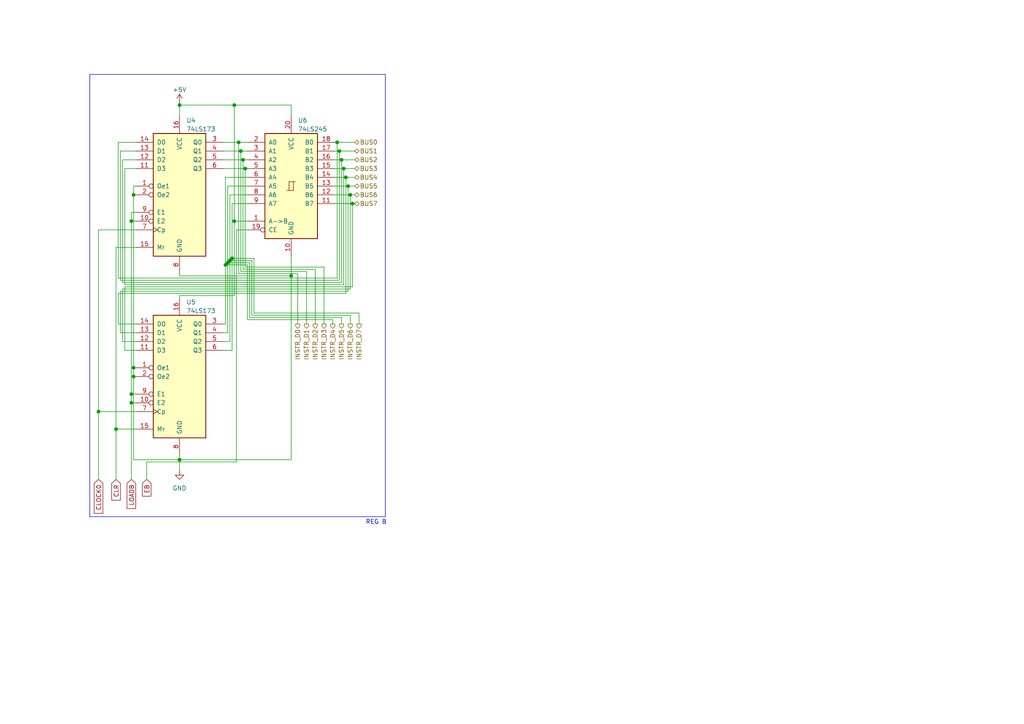
<source format=kicad_sch>
(kicad_sch (version 20230121) (generator eeschema)

  (uuid 031188d5-b58e-4a29-a173-cce6bf883b6b)

  (paper "A4")

  (lib_symbols
    (symbol "74xx:74LS173" (pin_names (offset 1.016)) (in_bom yes) (on_board yes)
      (property "Reference" "U" (at -7.62 19.05 0)
        (effects (font (size 1.27 1.27)))
      )
      (property "Value" "74LS173" (at -7.62 -19.05 0)
        (effects (font (size 1.27 1.27)))
      )
      (property "Footprint" "" (at 0 0 0)
        (effects (font (size 1.27 1.27)) hide)
      )
      (property "Datasheet" "http://www.ti.com/lit/gpn/sn74LS173" (at 0 0 0)
        (effects (font (size 1.27 1.27)) hide)
      )
      (property "ki_locked" "" (at 0 0 0)
        (effects (font (size 1.27 1.27)))
      )
      (property "ki_keywords" "TTL REG REG4 3State DFF" (at 0 0 0)
        (effects (font (size 1.27 1.27)) hide)
      )
      (property "ki_description" "4-bit D-type Register, 3 state out" (at 0 0 0)
        (effects (font (size 1.27 1.27)) hide)
      )
      (property "ki_fp_filters" "DIP?16*" (at 0 0 0)
        (effects (font (size 1.27 1.27)) hide)
      )
      (symbol "74LS173_1_0"
        (pin input inverted (at -12.7 2.54 0) (length 5.08)
          (name "Oe1" (effects (font (size 1.27 1.27))))
          (number "1" (effects (font (size 1.27 1.27))))
        )
        (pin input inverted (at -12.7 -7.62 0) (length 5.08)
          (name "E2" (effects (font (size 1.27 1.27))))
          (number "10" (effects (font (size 1.27 1.27))))
        )
        (pin input line (at -12.7 7.62 0) (length 5.08)
          (name "D3" (effects (font (size 1.27 1.27))))
          (number "11" (effects (font (size 1.27 1.27))))
        )
        (pin input line (at -12.7 10.16 0) (length 5.08)
          (name "D2" (effects (font (size 1.27 1.27))))
          (number "12" (effects (font (size 1.27 1.27))))
        )
        (pin input line (at -12.7 12.7 0) (length 5.08)
          (name "D1" (effects (font (size 1.27 1.27))))
          (number "13" (effects (font (size 1.27 1.27))))
        )
        (pin input line (at -12.7 15.24 0) (length 5.08)
          (name "D0" (effects (font (size 1.27 1.27))))
          (number "14" (effects (font (size 1.27 1.27))))
        )
        (pin input line (at -12.7 -15.24 0) (length 5.08)
          (name "Mr" (effects (font (size 1.27 1.27))))
          (number "15" (effects (font (size 1.27 1.27))))
        )
        (pin power_in line (at 0 22.86 270) (length 5.08)
          (name "VCC" (effects (font (size 1.27 1.27))))
          (number "16" (effects (font (size 1.27 1.27))))
        )
        (pin input inverted (at -12.7 0 0) (length 5.08)
          (name "Oe2" (effects (font (size 1.27 1.27))))
          (number "2" (effects (font (size 1.27 1.27))))
        )
        (pin tri_state line (at 12.7 15.24 180) (length 5.08)
          (name "Q0" (effects (font (size 1.27 1.27))))
          (number "3" (effects (font (size 1.27 1.27))))
        )
        (pin tri_state line (at 12.7 12.7 180) (length 5.08)
          (name "Q1" (effects (font (size 1.27 1.27))))
          (number "4" (effects (font (size 1.27 1.27))))
        )
        (pin tri_state line (at 12.7 10.16 180) (length 5.08)
          (name "Q2" (effects (font (size 1.27 1.27))))
          (number "5" (effects (font (size 1.27 1.27))))
        )
        (pin tri_state line (at 12.7 7.62 180) (length 5.08)
          (name "Q3" (effects (font (size 1.27 1.27))))
          (number "6" (effects (font (size 1.27 1.27))))
        )
        (pin input clock (at -12.7 -10.16 0) (length 5.08)
          (name "Cp" (effects (font (size 1.27 1.27))))
          (number "7" (effects (font (size 1.27 1.27))))
        )
        (pin power_in line (at 0 -22.86 90) (length 5.08)
          (name "GND" (effects (font (size 1.27 1.27))))
          (number "8" (effects (font (size 1.27 1.27))))
        )
        (pin input inverted (at -12.7 -5.08 0) (length 5.08)
          (name "E1" (effects (font (size 1.27 1.27))))
          (number "9" (effects (font (size 1.27 1.27))))
        )
      )
      (symbol "74LS173_1_1"
        (rectangle (start -7.62 17.78) (end 7.62 -17.78)
          (stroke (width 0.254) (type default))
          (fill (type background))
        )
      )
    )
    (symbol "74xx:74LS245" (pin_names (offset 1.016)) (in_bom yes) (on_board yes)
      (property "Reference" "U" (at -7.62 16.51 0)
        (effects (font (size 1.27 1.27)))
      )
      (property "Value" "74LS245" (at -7.62 -16.51 0)
        (effects (font (size 1.27 1.27)))
      )
      (property "Footprint" "" (at 0 0 0)
        (effects (font (size 1.27 1.27)) hide)
      )
      (property "Datasheet" "http://www.ti.com/lit/gpn/sn74LS245" (at 0 0 0)
        (effects (font (size 1.27 1.27)) hide)
      )
      (property "ki_locked" "" (at 0 0 0)
        (effects (font (size 1.27 1.27)))
      )
      (property "ki_keywords" "TTL BUS 3State" (at 0 0 0)
        (effects (font (size 1.27 1.27)) hide)
      )
      (property "ki_description" "Octal BUS Transceivers, 3-State outputs" (at 0 0 0)
        (effects (font (size 1.27 1.27)) hide)
      )
      (property "ki_fp_filters" "DIP?20*" (at 0 0 0)
        (effects (font (size 1.27 1.27)) hide)
      )
      (symbol "74LS245_1_0"
        (polyline
          (pts
            (xy -0.635 -1.27)
            (xy -0.635 1.27)
            (xy 0.635 1.27)
          )
          (stroke (width 0) (type default))
          (fill (type none))
        )
        (polyline
          (pts
            (xy -1.27 -1.27)
            (xy 0.635 -1.27)
            (xy 0.635 1.27)
            (xy 1.27 1.27)
          )
          (stroke (width 0) (type default))
          (fill (type none))
        )
        (pin input line (at -12.7 -10.16 0) (length 5.08)
          (name "A->B" (effects (font (size 1.27 1.27))))
          (number "1" (effects (font (size 1.27 1.27))))
        )
        (pin power_in line (at 0 -20.32 90) (length 5.08)
          (name "GND" (effects (font (size 1.27 1.27))))
          (number "10" (effects (font (size 1.27 1.27))))
        )
        (pin tri_state line (at 12.7 -5.08 180) (length 5.08)
          (name "B7" (effects (font (size 1.27 1.27))))
          (number "11" (effects (font (size 1.27 1.27))))
        )
        (pin tri_state line (at 12.7 -2.54 180) (length 5.08)
          (name "B6" (effects (font (size 1.27 1.27))))
          (number "12" (effects (font (size 1.27 1.27))))
        )
        (pin tri_state line (at 12.7 0 180) (length 5.08)
          (name "B5" (effects (font (size 1.27 1.27))))
          (number "13" (effects (font (size 1.27 1.27))))
        )
        (pin tri_state line (at 12.7 2.54 180) (length 5.08)
          (name "B4" (effects (font (size 1.27 1.27))))
          (number "14" (effects (font (size 1.27 1.27))))
        )
        (pin tri_state line (at 12.7 5.08 180) (length 5.08)
          (name "B3" (effects (font (size 1.27 1.27))))
          (number "15" (effects (font (size 1.27 1.27))))
        )
        (pin tri_state line (at 12.7 7.62 180) (length 5.08)
          (name "B2" (effects (font (size 1.27 1.27))))
          (number "16" (effects (font (size 1.27 1.27))))
        )
        (pin tri_state line (at 12.7 10.16 180) (length 5.08)
          (name "B1" (effects (font (size 1.27 1.27))))
          (number "17" (effects (font (size 1.27 1.27))))
        )
        (pin tri_state line (at 12.7 12.7 180) (length 5.08)
          (name "B0" (effects (font (size 1.27 1.27))))
          (number "18" (effects (font (size 1.27 1.27))))
        )
        (pin input inverted (at -12.7 -12.7 0) (length 5.08)
          (name "CE" (effects (font (size 1.27 1.27))))
          (number "19" (effects (font (size 1.27 1.27))))
        )
        (pin tri_state line (at -12.7 12.7 0) (length 5.08)
          (name "A0" (effects (font (size 1.27 1.27))))
          (number "2" (effects (font (size 1.27 1.27))))
        )
        (pin power_in line (at 0 20.32 270) (length 5.08)
          (name "VCC" (effects (font (size 1.27 1.27))))
          (number "20" (effects (font (size 1.27 1.27))))
        )
        (pin tri_state line (at -12.7 10.16 0) (length 5.08)
          (name "A1" (effects (font (size 1.27 1.27))))
          (number "3" (effects (font (size 1.27 1.27))))
        )
        (pin tri_state line (at -12.7 7.62 0) (length 5.08)
          (name "A2" (effects (font (size 1.27 1.27))))
          (number "4" (effects (font (size 1.27 1.27))))
        )
        (pin tri_state line (at -12.7 5.08 0) (length 5.08)
          (name "A3" (effects (font (size 1.27 1.27))))
          (number "5" (effects (font (size 1.27 1.27))))
        )
        (pin tri_state line (at -12.7 2.54 0) (length 5.08)
          (name "A4" (effects (font (size 1.27 1.27))))
          (number "6" (effects (font (size 1.27 1.27))))
        )
        (pin tri_state line (at -12.7 0 0) (length 5.08)
          (name "A5" (effects (font (size 1.27 1.27))))
          (number "7" (effects (font (size 1.27 1.27))))
        )
        (pin tri_state line (at -12.7 -2.54 0) (length 5.08)
          (name "A6" (effects (font (size 1.27 1.27))))
          (number "8" (effects (font (size 1.27 1.27))))
        )
        (pin tri_state line (at -12.7 -5.08 0) (length 5.08)
          (name "A7" (effects (font (size 1.27 1.27))))
          (number "9" (effects (font (size 1.27 1.27))))
        )
      )
      (symbol "74LS245_1_1"
        (rectangle (start -7.62 15.24) (end 7.62 -15.24)
          (stroke (width 0.254) (type default))
          (fill (type background))
        )
      )
    )
    (symbol "power:+5V" (power) (pin_names (offset 0)) (in_bom yes) (on_board yes)
      (property "Reference" "#PWR" (at 0 -3.81 0)
        (effects (font (size 1.27 1.27)) hide)
      )
      (property "Value" "+5V" (at 0 3.556 0)
        (effects (font (size 1.27 1.27)))
      )
      (property "Footprint" "" (at 0 0 0)
        (effects (font (size 1.27 1.27)) hide)
      )
      (property "Datasheet" "" (at 0 0 0)
        (effects (font (size 1.27 1.27)) hide)
      )
      (property "ki_keywords" "global power" (at 0 0 0)
        (effects (font (size 1.27 1.27)) hide)
      )
      (property "ki_description" "Power symbol creates a global label with name \"+5V\"" (at 0 0 0)
        (effects (font (size 1.27 1.27)) hide)
      )
      (symbol "+5V_0_1"
        (polyline
          (pts
            (xy -0.762 1.27)
            (xy 0 2.54)
          )
          (stroke (width 0) (type default))
          (fill (type none))
        )
        (polyline
          (pts
            (xy 0 0)
            (xy 0 2.54)
          )
          (stroke (width 0) (type default))
          (fill (type none))
        )
        (polyline
          (pts
            (xy 0 2.54)
            (xy 0.762 1.27)
          )
          (stroke (width 0) (type default))
          (fill (type none))
        )
      )
      (symbol "+5V_1_1"
        (pin power_in line (at 0 0 90) (length 0) hide
          (name "+5V" (effects (font (size 1.27 1.27))))
          (number "1" (effects (font (size 1.27 1.27))))
        )
      )
    )
    (symbol "power:GND" (power) (pin_names (offset 0)) (in_bom yes) (on_board yes)
      (property "Reference" "#PWR" (at 0 -6.35 0)
        (effects (font (size 1.27 1.27)) hide)
      )
      (property "Value" "GND" (at 0 -3.81 0)
        (effects (font (size 1.27 1.27)))
      )
      (property "Footprint" "" (at 0 0 0)
        (effects (font (size 1.27 1.27)) hide)
      )
      (property "Datasheet" "" (at 0 0 0)
        (effects (font (size 1.27 1.27)) hide)
      )
      (property "ki_keywords" "global power" (at 0 0 0)
        (effects (font (size 1.27 1.27)) hide)
      )
      (property "ki_description" "Power symbol creates a global label with name \"GND\" , ground" (at 0 0 0)
        (effects (font (size 1.27 1.27)) hide)
      )
      (symbol "GND_0_1"
        (polyline
          (pts
            (xy 0 0)
            (xy 0 -1.27)
            (xy 1.27 -1.27)
            (xy 0 -2.54)
            (xy -1.27 -1.27)
            (xy 0 -1.27)
          )
          (stroke (width 0) (type default))
          (fill (type none))
        )
      )
      (symbol "GND_1_1"
        (pin power_in line (at 0 0 270) (length 0) hide
          (name "GND" (effects (font (size 1.27 1.27))))
          (number "1" (effects (font (size 1.27 1.27))))
        )
      )
    )
  )

  (junction (at 66.04 76.2) (diameter 0) (color 0 0 0 0)
    (uuid 00a8b538-81a3-401b-96a5-89cd686b70fe)
  )
  (junction (at 84.455 80.01) (diameter 0) (color 0 0 0 0)
    (uuid 046ca10e-408c-47b4-ac7e-fe9c58fd8a8d)
  )
  (junction (at 38.1 64.135) (diameter 0) (color 0 0 0 0)
    (uuid 0d45695c-af5f-4a4b-92ee-a2d51059304b)
  )
  (junction (at 100.33 51.435) (diameter 0) (color 0 0 0 0)
    (uuid 1285fa97-6073-4a4e-a2a7-7d763f0cdac2)
  )
  (junction (at 100.965 53.975) (diameter 0) (color 0 0 0 0)
    (uuid 21926844-f465-4042-981a-dc74b073748b)
  )
  (junction (at 99.695 48.895) (diameter 0) (color 0 0 0 0)
    (uuid 260cad8e-ae99-4a8e-8235-3491d7bc79f0)
  )
  (junction (at 70.485 46.355) (diameter 0) (color 0 0 0 0)
    (uuid 2f0ce707-ba3e-406c-ad80-b560f319f7a1)
  )
  (junction (at 52.07 133.35) (diameter 0) (color 0 0 0 0)
    (uuid 326b110d-b295-4798-8d99-d8f920517434)
  )
  (junction (at 38.1 114.3) (diameter 0) (color 0 0 0 0)
    (uuid 34869841-e7e4-4102-86b3-2dab61cd9d73)
  )
  (junction (at 97.79 41.275) (diameter 0) (color 0 0 0 0)
    (uuid 427f2ae0-c66b-4b17-a98a-44e92819b056)
  )
  (junction (at 38.735 106.68) (diameter 0) (color 0 0 0 0)
    (uuid 4ab9b75c-52e0-44b3-a668-d03e7dc305df)
  )
  (junction (at 67.31 74.93) (diameter 0) (color 0 0 0 0)
    (uuid 55220906-44b5-478e-aa1e-efe3ecb18aaf)
  )
  (junction (at 69.85 43.815) (diameter 0) (color 0 0 0 0)
    (uuid 580aae32-d004-418f-8db2-1d5386369899)
  )
  (junction (at 38.1 116.84) (diameter 0) (color 0 0 0 0)
    (uuid 5a62635c-2c8c-4169-b3c4-a63d88f4217c)
  )
  (junction (at 67.945 30.48) (diameter 0) (color 0 0 0 0)
    (uuid 6737592b-3334-4d02-b595-bed35d01d6b6)
  )
  (junction (at 52.07 30.48) (diameter 0) (color 0 0 0 0)
    (uuid 7cfbbcd3-369a-4614-85be-dadefc233246)
  )
  (junction (at 98.425 43.815) (diameter 0) (color 0 0 0 0)
    (uuid 860a82d4-7afb-47f3-8db7-823dc33885e9)
  )
  (junction (at 33.655 124.46) (diameter 0) (color 0 0 0 0)
    (uuid 8672a08c-23ba-4451-b36a-9400be7d1b4b)
  )
  (junction (at 67.945 64.135) (diameter 0) (color 0 0 0 0)
    (uuid 918af728-1ec5-4923-af48-9a0a91916029)
  )
  (junction (at 66.675 75.565) (diameter 0) (color 0 0 0 0)
    (uuid 9465b2ed-073b-41b9-b150-dd4e5166a79f)
  )
  (junction (at 102.235 59.055) (diameter 0) (color 0 0 0 0)
    (uuid 95fc1f88-ec5f-4509-bf2a-d199ad9e6740)
  )
  (junction (at 38.735 56.515) (diameter 0) (color 0 0 0 0)
    (uuid a8d0d4bc-5600-45b7-a47e-46d21b5f8927)
  )
  (junction (at 38.735 109.22) (diameter 0) (color 0 0 0 0)
    (uuid c0e7b5d4-9621-40e3-8418-47113273742d)
  )
  (junction (at 101.6 56.515) (diameter 0) (color 0 0 0 0)
    (uuid c2c098f3-bf9d-418c-86ff-6ddb534ba102)
  )
  (junction (at 65.405 76.835) (diameter 0) (color 0 0 0 0)
    (uuid cfb003ee-4644-4f93-8d74-a679d10bce87)
  )
  (junction (at 28.575 119.38) (diameter 0) (color 0 0 0 0)
    (uuid cfe3ee1c-c31a-4bb7-9727-6f1914cee323)
  )
  (junction (at 71.12 48.895) (diameter 0) (color 0 0 0 0)
    (uuid d6837eee-c21a-43a9-ac7a-50342f6a6fc8)
  )
  (junction (at 69.215 41.275) (diameter 0) (color 0 0 0 0)
    (uuid e0732051-7d7f-4791-b751-c9cdba5285ee)
  )
  (junction (at 99.06 46.355) (diameter 0) (color 0 0 0 0)
    (uuid f0d49d62-b84e-4248-894c-d9383c5ff0ab)
  )

  (wire (pts (xy 36.195 48.895) (xy 36.195 82.55))
    (stroke (width 0) (type default))
    (uuid 006a174c-e79c-48b7-bca5-49e4cb8fde41)
  )
  (wire (pts (xy 97.155 53.975) (xy 100.965 53.975))
    (stroke (width 0) (type default))
    (uuid 025c4b78-cd68-4659-bf2a-fdb7411f2e02)
  )
  (wire (pts (xy 68.58 66.675) (xy 68.58 133.985))
    (stroke (width 0) (type default))
    (uuid 028bbd59-41ef-4028-94da-4eecc0c7ef3e)
  )
  (wire (pts (xy 34.29 41.275) (xy 34.29 80.645))
    (stroke (width 0) (type default))
    (uuid 03afcc2b-d3b8-46af-858f-067ba8c0693e)
  )
  (wire (pts (xy 91.44 93.98) (xy 91.44 78.105))
    (stroke (width 0) (type default))
    (uuid 03cafdac-c063-4877-a5cf-9cc1b033f90f)
  )
  (wire (pts (xy 97.155 41.275) (xy 97.79 41.275))
    (stroke (width 0) (type default))
    (uuid 0416471c-63a8-4af1-b7b2-b9129ce5115b)
  )
  (wire (pts (xy 93.98 93.98) (xy 93.98 77.47))
    (stroke (width 0) (type default))
    (uuid 04a590c9-0cfd-4ad3-93fb-caef5afcf523)
  )
  (wire (pts (xy 99.06 93.98) (xy 99.06 92.075))
    (stroke (width 0) (type default))
    (uuid 07f02d35-daf2-45c1-8fc5-74ec03c87713)
  )
  (wire (pts (xy 36.195 83.185) (xy 102.235 83.185))
    (stroke (width 0) (type default))
    (uuid 080998d5-6ce1-4dfc-b757-10f0aa448492)
  )
  (wire (pts (xy 64.77 43.815) (xy 69.85 43.815))
    (stroke (width 0) (type default))
    (uuid 09fdda00-2766-4e77-a8b0-a26a3cd2638a)
  )
  (wire (pts (xy 84.455 33.655) (xy 84.455 30.48))
    (stroke (width 0) (type default))
    (uuid 0d82cb30-121c-4ea4-92b4-90b081b4bb2f)
  )
  (wire (pts (xy 68.58 133.985) (xy 42.545 133.985))
    (stroke (width 0) (type default))
    (uuid 0f9cb4e0-08f3-4042-bba3-7d035847137d)
  )
  (wire (pts (xy 34.29 80.645) (xy 97.79 80.645))
    (stroke (width 0) (type default))
    (uuid 12020fa2-a447-44ff-ad92-8c57d609f092)
  )
  (wire (pts (xy 28.575 119.38) (xy 39.37 119.38))
    (stroke (width 0) (type default))
    (uuid 12d29707-e441-497c-8731-484b361a03c0)
  )
  (wire (pts (xy 38.735 106.68) (xy 38.735 56.515))
    (stroke (width 0) (type default))
    (uuid 130a259b-edfd-49eb-85ef-65f61db1c15f)
  )
  (wire (pts (xy 64.77 46.355) (xy 70.485 46.355))
    (stroke (width 0) (type default))
    (uuid 1726aa35-3528-48a4-9def-bfad1a4e130c)
  )
  (wire (pts (xy 39.37 96.52) (xy 34.925 96.52))
    (stroke (width 0) (type default))
    (uuid 198f5f99-f1c2-421e-8673-c79265f8fa55)
  )
  (wire (pts (xy 38.1 116.84) (xy 39.37 116.84))
    (stroke (width 0) (type default))
    (uuid 1a3d705e-11cf-4867-8f5b-310d1b752088)
  )
  (wire (pts (xy 101.6 93.98) (xy 101.6 91.44))
    (stroke (width 0) (type default))
    (uuid 1a7b3608-7459-4e8e-bf2a-6f023f68dbb1)
  )
  (wire (pts (xy 99.06 81.915) (xy 99.06 46.355))
    (stroke (width 0) (type default))
    (uuid 1b1dc88e-f873-491c-b57e-a0d1110183ca)
  )
  (wire (pts (xy 102.235 59.055) (xy 102.87 59.055))
    (stroke (width 0) (type default))
    (uuid 1c847073-1806-483e-8bbd-c67906a543f5)
  )
  (wire (pts (xy 104.14 90.805) (xy 73.66 90.805))
    (stroke (width 0) (type default))
    (uuid 1ee0660c-b0d4-4a25-9180-2e1e7b3a7cc8)
  )
  (wire (pts (xy 35.56 81.915) (xy 99.06 81.915))
    (stroke (width 0) (type default))
    (uuid 20a63c04-b889-462e-b92e-e6a6a52cddf9)
  )
  (wire (pts (xy 39.37 106.68) (xy 38.735 106.68))
    (stroke (width 0) (type default))
    (uuid 21d626cb-6f64-4381-874a-d1eebc5f5d0a)
  )
  (wire (pts (xy 38.1 139.065) (xy 38.1 116.84))
    (stroke (width 0) (type default))
    (uuid 23af4522-0f56-4d66-a3d2-414efa156d62)
  )
  (wire (pts (xy 38.1 114.3) (xy 38.1 116.84))
    (stroke (width 0) (type default))
    (uuid 2473f60d-819b-44b9-82ce-b5c635996a2c)
  )
  (wire (pts (xy 64.77 48.895) (xy 71.12 48.895))
    (stroke (width 0) (type default))
    (uuid 24f9a051-83ad-4f88-a29a-c585cb45c298)
  )
  (wire (pts (xy 66.675 99.06) (xy 66.675 75.565))
    (stroke (width 0) (type default))
    (uuid 25a45dc1-af35-4aff-827b-d488073ebc83)
  )
  (wire (pts (xy 34.925 84.455) (xy 100.965 84.455))
    (stroke (width 0) (type default))
    (uuid 27177de9-eabb-49e9-be38-d943932eff38)
  )
  (wire (pts (xy 38.735 109.22) (xy 38.735 133.35))
    (stroke (width 0) (type default))
    (uuid 275509ad-1d3d-4de8-92f5-47655af87a64)
  )
  (wire (pts (xy 38.735 56.515) (xy 38.735 53.975))
    (stroke (width 0) (type default))
    (uuid 280b234f-6672-41ad-8738-a9dd1867024c)
  )
  (wire (pts (xy 93.98 77.47) (xy 71.12 77.47))
    (stroke (width 0) (type default))
    (uuid 289de475-53a2-4978-b398-baf772c01b38)
  )
  (wire (pts (xy 71.755 66.675) (xy 68.58 66.675))
    (stroke (width 0) (type default))
    (uuid 29a20ec6-4631-45ae-b740-62b59b71a882)
  )
  (wire (pts (xy 98.425 43.815) (xy 102.87 43.815))
    (stroke (width 0) (type default))
    (uuid 2a68050f-37bf-4efb-9f7b-ae25816e9e79)
  )
  (wire (pts (xy 96.52 93.98) (xy 96.52 92.71))
    (stroke (width 0) (type default))
    (uuid 2f7531be-0a57-4340-b7f0-378ac3468613)
  )
  (wire (pts (xy 99.695 48.895) (xy 102.87 48.895))
    (stroke (width 0) (type default))
    (uuid 2f98403f-9877-45ed-ba6c-65049fb8266f)
  )
  (wire (pts (xy 64.77 101.6) (xy 67.31 101.6))
    (stroke (width 0) (type default))
    (uuid 2fe1737c-297f-463f-aa55-615cc7dc626d)
  )
  (wire (pts (xy 52.07 86.36) (xy 52.07 85.725))
    (stroke (width 0) (type default))
    (uuid 321a43bb-1790-4678-85b7-b0431e6e9cdc)
  )
  (wire (pts (xy 71.12 48.895) (xy 71.755 48.895))
    (stroke (width 0) (type default))
    (uuid 3631a7bf-5470-4506-9e15-3a22daeacaa0)
  )
  (wire (pts (xy 42.545 133.985) (xy 42.545 139.065))
    (stroke (width 0) (type default))
    (uuid 395ad7e5-a8db-4acc-9662-b2ab22fd2079)
  )
  (wire (pts (xy 91.44 78.105) (xy 70.485 78.105))
    (stroke (width 0) (type default))
    (uuid 3991ade4-fa04-4523-bc9f-ee85c0254ec5)
  )
  (wire (pts (xy 97.155 43.815) (xy 98.425 43.815))
    (stroke (width 0) (type default))
    (uuid 39e62cc5-ebe7-4fff-9aab-211165667783)
  )
  (wire (pts (xy 97.155 59.055) (xy 102.235 59.055))
    (stroke (width 0) (type default))
    (uuid 3da55d4a-0e1d-47c1-8687-1f14720a9e55)
  )
  (wire (pts (xy 64.77 41.275) (xy 69.215 41.275))
    (stroke (width 0) (type default))
    (uuid 3df55872-6735-43e1-b669-07ceda03353c)
  )
  (wire (pts (xy 71.12 77.47) (xy 71.12 48.895))
    (stroke (width 0) (type default))
    (uuid 40cc6139-02c0-4cd1-833e-df17ac673c0d)
  )
  (wire (pts (xy 36.195 101.6) (xy 36.195 83.185))
    (stroke (width 0) (type default))
    (uuid 41ce65ac-d417-49c2-b9f3-0f314ae6722a)
  )
  (wire (pts (xy 70.485 46.355) (xy 71.755 46.355))
    (stroke (width 0) (type default))
    (uuid 43ac4c1c-09c6-4d9b-9cf7-646cb40d562c)
  )
  (wire (pts (xy 102.235 59.055) (xy 102.235 83.185))
    (stroke (width 0) (type default))
    (uuid 45116d19-fb85-4956-ad65-6bc3586da37c)
  )
  (wire (pts (xy 64.77 96.52) (xy 66.04 96.52))
    (stroke (width 0) (type default))
    (uuid 4522f910-7fe3-4e16-96d3-cb42599f74dc)
  )
  (wire (pts (xy 39.37 48.895) (xy 36.195 48.895))
    (stroke (width 0) (type default))
    (uuid 45b35a3b-c28e-46e5-aac4-00225c25341b)
  )
  (wire (pts (xy 88.9 78.74) (xy 69.85 78.74))
    (stroke (width 0) (type default))
    (uuid 4797e2a4-302c-48cf-99cc-f653e7b7ed2e)
  )
  (wire (pts (xy 71.755 92.71) (xy 71.755 76.835))
    (stroke (width 0) (type default))
    (uuid 4bc8a4e5-7e91-487e-a575-20cd0c424530)
  )
  (wire (pts (xy 67.945 30.48) (xy 52.07 30.48))
    (stroke (width 0) (type default))
    (uuid 4f7592a4-caa0-4894-9bfc-ea416793d0d9)
  )
  (wire (pts (xy 35.56 99.06) (xy 35.56 83.82))
    (stroke (width 0) (type default))
    (uuid 4ffb201e-f667-4fdf-9bc2-382af692dc5b)
  )
  (wire (pts (xy 52.07 133.35) (xy 84.455 133.35))
    (stroke (width 0) (type default))
    (uuid 503d2127-9d7f-459d-bb15-7fb48527e74f)
  )
  (wire (pts (xy 84.455 80.01) (xy 52.07 80.01))
    (stroke (width 0) (type default))
    (uuid 50fc8253-1e36-435e-a417-d99ae4456ddd)
  )
  (wire (pts (xy 38.735 109.22) (xy 39.37 109.22))
    (stroke (width 0) (type default))
    (uuid 5917130e-8301-4971-afd3-773a8b3f3eea)
  )
  (wire (pts (xy 33.655 124.46) (xy 39.37 124.46))
    (stroke (width 0) (type default))
    (uuid 5d526933-477a-4672-92fd-2ad6c9cea211)
  )
  (wire (pts (xy 97.79 41.275) (xy 102.87 41.275))
    (stroke (width 0) (type default))
    (uuid 5ee40f2c-566c-4698-95f2-52990ae2845a)
  )
  (wire (pts (xy 69.215 41.275) (xy 71.755 41.275))
    (stroke (width 0) (type default))
    (uuid 5f620b9c-1708-4444-8581-815702402048)
  )
  (wire (pts (xy 100.965 84.455) (xy 100.965 53.975))
    (stroke (width 0) (type default))
    (uuid 63186dc6-154e-422f-ba45-9badf2591f34)
  )
  (wire (pts (xy 66.04 53.975) (xy 71.755 53.975))
    (stroke (width 0) (type default))
    (uuid 6484dddc-3add-4601-947e-8096869d7689)
  )
  (wire (pts (xy 39.37 41.275) (xy 34.29 41.275))
    (stroke (width 0) (type default))
    (uuid 64dbec1f-31aa-4847-a74a-f9141e779a2c)
  )
  (wire (pts (xy 66.04 76.2) (xy 66.04 53.975))
    (stroke (width 0) (type default))
    (uuid 65bf298e-d359-482e-90c9-c6e2a56b32ab)
  )
  (wire (pts (xy 39.37 71.755) (xy 33.655 71.755))
    (stroke (width 0) (type default))
    (uuid 668fec45-386c-4dd2-aee5-a897524524b9)
  )
  (wire (pts (xy 39.37 61.595) (xy 38.1 61.595))
    (stroke (width 0) (type default))
    (uuid 66cd660e-608f-44d0-bb7a-80ab00b0c794)
  )
  (wire (pts (xy 67.945 30.48) (xy 67.945 64.135))
    (stroke (width 0) (type default))
    (uuid 67cd056e-ef30-4c9d-9ce5-163ddb60435f)
  )
  (wire (pts (xy 104.14 93.98) (xy 104.14 90.805))
    (stroke (width 0) (type default))
    (uuid 683d4b1e-57d5-414c-84ca-7124b384b844)
  )
  (wire (pts (xy 73.025 91.44) (xy 73.025 75.565))
    (stroke (width 0) (type default))
    (uuid 6a552f55-7c06-4531-b951-cf9adb6fcf06)
  )
  (wire (pts (xy 86.36 93.98) (xy 86.36 79.375))
    (stroke (width 0) (type default))
    (uuid 6b0b1ee4-b3d8-4ed7-b6bf-26e7298d85a1)
  )
  (wire (pts (xy 64.77 99.06) (xy 66.675 99.06))
    (stroke (width 0) (type default))
    (uuid 6c620cd3-cb86-44b8-adbd-1f2d4faa5a49)
  )
  (wire (pts (xy 52.07 30.48) (xy 52.07 33.655))
    (stroke (width 0) (type default))
    (uuid 6d36f93b-ba83-445e-98d1-979b02e677b5)
  )
  (wire (pts (xy 98.425 81.28) (xy 98.425 43.815))
    (stroke (width 0) (type default))
    (uuid 6dc5c934-1db9-44db-8d31-3f30a1fa7b7b)
  )
  (wire (pts (xy 38.735 106.68) (xy 38.735 109.22))
    (stroke (width 0) (type default))
    (uuid 6efa0adf-416d-40cb-9c83-6fbbb24f2934)
  )
  (wire (pts (xy 99.06 46.355) (xy 102.87 46.355))
    (stroke (width 0) (type default))
    (uuid 716967d0-4dd2-4575-bc16-e24e2884e3e3)
  )
  (wire (pts (xy 39.37 64.135) (xy 38.1 64.135))
    (stroke (width 0) (type default))
    (uuid 722c1c1f-1602-42aa-b7e4-32ffab6e2d6e)
  )
  (wire (pts (xy 97.155 51.435) (xy 100.33 51.435))
    (stroke (width 0) (type default))
    (uuid 7258c00b-d5ee-41e5-acf1-7b043613281b)
  )
  (wire (pts (xy 39.37 114.3) (xy 38.1 114.3))
    (stroke (width 0) (type default))
    (uuid 74f7aa5b-d6c7-4c0d-bb5f-3d8121d0f2bf)
  )
  (wire (pts (xy 39.37 46.355) (xy 35.56 46.355))
    (stroke (width 0) (type default))
    (uuid 765ce668-ac73-4c64-8429-313c4d5416db)
  )
  (wire (pts (xy 33.655 71.755) (xy 33.655 124.46))
    (stroke (width 0) (type default))
    (uuid 7bc1a547-fca1-4465-b480-a0c252ec7f91)
  )
  (wire (pts (xy 86.36 79.375) (xy 69.215 79.375))
    (stroke (width 0) (type default))
    (uuid 7c7e2c4c-4c08-4263-82b3-3f248c375aea)
  )
  (wire (pts (xy 39.37 66.675) (xy 28.575 66.675))
    (stroke (width 0) (type default))
    (uuid 7e1fe022-ec17-42b4-b020-c832867b06c0)
  )
  (wire (pts (xy 67.945 64.135) (xy 71.755 64.135))
    (stroke (width 0) (type default))
    (uuid 81b8b23e-0043-4723-9783-984bb6f04fbb)
  )
  (wire (pts (xy 69.215 79.375) (xy 69.215 41.275))
    (stroke (width 0) (type default))
    (uuid 81e3b43f-0941-4519-b7cb-73a8f8ce4f3a)
  )
  (wire (pts (xy 72.39 76.2) (xy 66.04 76.2))
    (stroke (width 0) (type default))
    (uuid 86e5e05a-ef56-4f39-bddb-f84db23a012a)
  )
  (wire (pts (xy 35.56 83.82) (xy 101.6 83.82))
    (stroke (width 0) (type default))
    (uuid 875a2288-e681-460a-a092-1b055905e3c9)
  )
  (wire (pts (xy 34.925 81.28) (xy 98.425 81.28))
    (stroke (width 0) (type default))
    (uuid 8810779e-d21f-4d65-a9ac-19b366f41ee2)
  )
  (wire (pts (xy 33.655 124.46) (xy 33.655 139.065))
    (stroke (width 0) (type default))
    (uuid 89255f82-e88c-4d39-871f-cb35ae313eea)
  )
  (wire (pts (xy 66.675 56.515) (xy 71.755 56.515))
    (stroke (width 0) (type default))
    (uuid 8a7ac818-0610-4bb2-9d1f-5e004409ae9e)
  )
  (wire (pts (xy 69.85 43.815) (xy 71.755 43.815))
    (stroke (width 0) (type default))
    (uuid 8c7353fc-2a34-4860-a9de-750ccd58ce62)
  )
  (wire (pts (xy 67.945 64.135) (xy 67.945 85.725))
    (stroke (width 0) (type default))
    (uuid 8c782cb7-0960-42e6-bc2f-87d2aa40ef5c)
  )
  (wire (pts (xy 67.31 101.6) (xy 67.31 74.93))
    (stroke (width 0) (type default))
    (uuid 8cc253a1-a055-4772-9986-535c5ad41140)
  )
  (wire (pts (xy 88.9 93.98) (xy 88.9 78.74))
    (stroke (width 0) (type default))
    (uuid 8d21bf7a-f36a-4b9a-bfd0-04795d33405f)
  )
  (wire (pts (xy 52.07 133.35) (xy 52.07 132.08))
    (stroke (width 0) (type default))
    (uuid 8d59340d-f6c6-4047-83c8-c743d5d79a0e)
  )
  (wire (pts (xy 38.735 133.35) (xy 52.07 133.35))
    (stroke (width 0) (type default))
    (uuid 8f48b23d-761e-41cf-bcd6-81495af3a817)
  )
  (wire (pts (xy 36.195 82.55) (xy 99.695 82.55))
    (stroke (width 0) (type default))
    (uuid 8f6d1cb8-616f-4387-8ec7-ce3fcac60eae)
  )
  (wire (pts (xy 97.155 46.355) (xy 99.06 46.355))
    (stroke (width 0) (type default))
    (uuid 94731383-5336-4bdf-ba51-c2b173819b18)
  )
  (wire (pts (xy 101.6 91.44) (xy 73.025 91.44))
    (stroke (width 0) (type default))
    (uuid 96fda1d2-1dd4-4afe-ad5b-aca5f7f293f6)
  )
  (wire (pts (xy 52.07 136.525) (xy 52.07 133.35))
    (stroke (width 0) (type default))
    (uuid 99d04838-2be6-45f8-aae0-3f92f56ac770)
  )
  (wire (pts (xy 84.455 80.01) (xy 84.455 133.35))
    (stroke (width 0) (type default))
    (uuid 9c89161d-06a0-4f11-b82f-8cf82e233cd2)
  )
  (wire (pts (xy 35.56 46.355) (xy 35.56 81.915))
    (stroke (width 0) (type default))
    (uuid 9d686fec-386f-4234-a0aa-a6e3ff3a90e7)
  )
  (wire (pts (xy 34.29 85.09) (xy 100.33 85.09))
    (stroke (width 0) (type default))
    (uuid 9dcbe8be-5c68-47d6-a83c-8433c6139457)
  )
  (wire (pts (xy 52.07 85.725) (xy 67.945 85.725))
    (stroke (width 0) (type default))
    (uuid 9eb34c84-50b5-41ad-89d1-24957cd371f0)
  )
  (wire (pts (xy 34.925 43.815) (xy 34.925 81.28))
    (stroke (width 0) (type default))
    (uuid a1e338b5-a1fe-4f4b-9501-82684c71150a)
  )
  (wire (pts (xy 39.37 93.98) (xy 34.29 93.98))
    (stroke (width 0) (type default))
    (uuid a5585553-7ce9-49bf-8f06-6ce4098fdf13)
  )
  (wire (pts (xy 73.025 75.565) (xy 66.675 75.565))
    (stroke (width 0) (type default))
    (uuid a65c0719-5a9e-4632-a9f0-8ce58b76347e)
  )
  (wire (pts (xy 70.485 78.105) (xy 70.485 46.355))
    (stroke (width 0) (type default))
    (uuid aa84edb6-423e-4dca-ba47-cf62ebf7cc98)
  )
  (wire (pts (xy 97.155 56.515) (xy 101.6 56.515))
    (stroke (width 0) (type default))
    (uuid ab34fa68-9697-4806-b894-966bb9117311)
  )
  (wire (pts (xy 39.37 99.06) (xy 35.56 99.06))
    (stroke (width 0) (type default))
    (uuid ad8913f6-ab8b-48a1-bf31-9bf617f8e414)
  )
  (wire (pts (xy 73.66 74.93) (xy 67.31 74.93))
    (stroke (width 0) (type default))
    (uuid aea8b7f6-3446-4ced-9765-edb287f3977a)
  )
  (wire (pts (xy 38.1 64.135) (xy 38.1 114.3))
    (stroke (width 0) (type default))
    (uuid b0983ae0-10ba-40f4-b6e6-1cc94319e35a)
  )
  (wire (pts (xy 34.29 93.98) (xy 34.29 85.09))
    (stroke (width 0) (type default))
    (uuid b0b376da-9faa-4029-bf0b-490df0bb42ec)
  )
  (wire (pts (xy 97.155 48.895) (xy 99.695 48.895))
    (stroke (width 0) (type default))
    (uuid b14ad354-6cc0-4d07-89ba-9bbc6f979e38)
  )
  (wire (pts (xy 52.07 80.01) (xy 52.07 79.375))
    (stroke (width 0) (type default))
    (uuid b296040b-09bf-40a7-88ef-910249989c47)
  )
  (wire (pts (xy 34.925 96.52) (xy 34.925 84.455))
    (stroke (width 0) (type default))
    (uuid b39ba335-fd6b-4101-b0b9-21249434becd)
  )
  (wire (pts (xy 101.6 83.82) (xy 101.6 56.515))
    (stroke (width 0) (type default))
    (uuid b7365358-434b-4276-8534-6e3da77feca4)
  )
  (wire (pts (xy 69.85 78.74) (xy 69.85 43.815))
    (stroke (width 0) (type default))
    (uuid b7db0d03-3728-4bd3-a43b-261fdc820c5a)
  )
  (wire (pts (xy 64.77 93.98) (xy 65.405 93.98))
    (stroke (width 0) (type default))
    (uuid b926718b-b5cf-4783-bbe5-3eadc0db7c30)
  )
  (wire (pts (xy 65.405 76.835) (xy 65.405 51.435))
    (stroke (width 0) (type default))
    (uuid b94b9208-e8da-4941-9840-22de80667a28)
  )
  (wire (pts (xy 67.31 59.055) (xy 71.755 59.055))
    (stroke (width 0) (type default))
    (uuid bb55d614-619d-445d-b223-ef44c812fb82)
  )
  (wire (pts (xy 38.1 61.595) (xy 38.1 64.135))
    (stroke (width 0) (type default))
    (uuid c3725a08-c201-4cbd-84b0-0acfa9fd609a)
  )
  (wire (pts (xy 52.07 29.845) (xy 52.07 30.48))
    (stroke (width 0) (type default))
    (uuid c3910edc-dbb2-4689-b6ee-da47c9c2e2dc)
  )
  (wire (pts (xy 71.755 76.835) (xy 65.405 76.835))
    (stroke (width 0) (type default))
    (uuid c499a7fd-8c9a-4867-96ab-ac6483841068)
  )
  (wire (pts (xy 101.6 56.515) (xy 102.87 56.515))
    (stroke (width 0) (type default))
    (uuid c6ca3c67-0615-4945-8170-bf1fa092d88a)
  )
  (wire (pts (xy 28.575 139.065) (xy 28.575 119.38))
    (stroke (width 0) (type default))
    (uuid c955473d-e6df-4642-b520-d50237a6dc9a)
  )
  (wire (pts (xy 96.52 92.71) (xy 71.755 92.71))
    (stroke (width 0) (type default))
    (uuid ca0949dc-8d7f-441a-b24c-2b8562bfaa93)
  )
  (wire (pts (xy 99.06 92.075) (xy 72.39 92.075))
    (stroke (width 0) (type default))
    (uuid cfcc156b-63c7-498c-b82a-98b3b1fa822f)
  )
  (wire (pts (xy 39.37 43.815) (xy 34.925 43.815))
    (stroke (width 0) (type default))
    (uuid d427eef6-b2f9-407e-aa39-cee90daeb048)
  )
  (wire (pts (xy 66.04 96.52) (xy 66.04 76.2))
    (stroke (width 0) (type default))
    (uuid d4a837ac-6312-4f11-87f3-728ad83dc124)
  )
  (wire (pts (xy 67.31 74.93) (xy 67.31 59.055))
    (stroke (width 0) (type default))
    (uuid d93bfe46-e2f8-4364-9c06-845a25b44ddd)
  )
  (wire (pts (xy 97.79 80.645) (xy 97.79 41.275))
    (stroke (width 0) (type default))
    (uuid dac72907-1c0b-42c9-990d-2306d3bc49de)
  )
  (wire (pts (xy 65.405 51.435) (xy 71.755 51.435))
    (stroke (width 0) (type default))
    (uuid dbf0f60c-64f1-4927-b9bb-0698406ff0ce)
  )
  (wire (pts (xy 38.735 53.975) (xy 39.37 53.975))
    (stroke (width 0) (type default))
    (uuid dd8250fc-a5dc-4bf6-95f1-438ce19fc0e6)
  )
  (wire (pts (xy 66.675 75.565) (xy 66.675 56.515))
    (stroke (width 0) (type default))
    (uuid dfbcf52f-4086-4478-a6a1-aa09f84cf64b)
  )
  (wire (pts (xy 99.695 82.55) (xy 99.695 48.895))
    (stroke (width 0) (type default))
    (uuid dfef9d5f-9036-435f-8d8e-08b450f6d077)
  )
  (wire (pts (xy 84.455 74.295) (xy 84.455 80.01))
    (stroke (width 0) (type default))
    (uuid e011725e-7ceb-45bf-9a06-0166c91f7469)
  )
  (wire (pts (xy 39.37 101.6) (xy 36.195 101.6))
    (stroke (width 0) (type default))
    (uuid e01391d3-4b54-4023-bcc0-8a9861335a3a)
  )
  (wire (pts (xy 38.735 56.515) (xy 39.37 56.515))
    (stroke (width 0) (type default))
    (uuid e1519d79-86dc-4225-b758-baccce60e681)
  )
  (wire (pts (xy 84.455 30.48) (xy 67.945 30.48))
    (stroke (width 0) (type default))
    (uuid e627ea41-dcc6-4ae6-a3ee-0c7cc9567458)
  )
  (wire (pts (xy 100.33 51.435) (xy 102.87 51.435))
    (stroke (width 0) (type default))
    (uuid e6387748-0275-46d5-917d-aa7a08ad0495)
  )
  (wire (pts (xy 28.575 66.675) (xy 28.575 119.38))
    (stroke (width 0) (type default))
    (uuid ee046e92-4306-409d-8a03-c6f3e3ac155b)
  )
  (wire (pts (xy 73.66 90.805) (xy 73.66 74.93))
    (stroke (width 0) (type default))
    (uuid ef9ab608-ec5d-4817-b8aa-5c7656c9b9df)
  )
  (wire (pts (xy 100.33 85.09) (xy 100.33 51.435))
    (stroke (width 0) (type default))
    (uuid f1641959-55dd-476b-bea0-6048be71c788)
  )
  (wire (pts (xy 100.965 53.975) (xy 102.87 53.975))
    (stroke (width 0) (type default))
    (uuid f65ec20e-8f5c-44b1-879d-d8642315e839)
  )
  (wire (pts (xy 65.405 93.98) (xy 65.405 76.835))
    (stroke (width 0) (type default))
    (uuid f7e6d38a-1fb4-4b43-81f2-fe18d0da7353)
  )
  (wire (pts (xy 72.39 92.075) (xy 72.39 76.2))
    (stroke (width 0) (type default))
    (uuid fcd7101b-8743-4108-b71a-5a191d9eb957)
  )

  (rectangle (start 26.035 21.59) (end 111.76 149.86)
    (stroke (width 0) (type default))
    (fill (type none))
    (uuid 87452670-bb83-4530-9376-7ff444e7563a)
  )

  (text "REG B\n\n" (at 106.045 154.305 0)
    (effects (font (size 1.27 1.27)) (justify left bottom))
    (uuid f4355a19-21bd-41b9-a083-98817c0a7f64)
  )

  (global_label "CLOCK0" (shape input) (at 28.575 139.065 270) (fields_autoplaced)
    (effects (font (size 1.27 1.27)) (justify right))
    (uuid 190e3bd0-d627-4258-aa89-8610b608eb28)
    (property "Intersheetrefs" "${INTERSHEET_REFS}" (at 28.575 149.3489 90)
      (effects (font (size 1.27 1.27)) (justify right) hide)
    )
  )
  (global_label "EB" (shape input) (at 42.545 139.065 270) (fields_autoplaced)
    (effects (font (size 1.27 1.27)) (justify right))
    (uuid 6eaab594-3a43-40a3-8651-4f62a28c7f94)
    (property "Intersheetrefs" "${INTERSHEET_REFS}" (at 42.545 144.3898 90)
      (effects (font (size 1.27 1.27)) (justify right) hide)
    )
  )
  (global_label "LOADB" (shape input) (at 38.1 139.065 270) (fields_autoplaced)
    (effects (font (size 1.27 1.27)) (justify right))
    (uuid 9eed9c91-127f-4ae9-b12c-e668c73a112c)
    (property "Intersheetrefs" "${INTERSHEET_REFS}" (at 38.1 147.958 90)
      (effects (font (size 1.27 1.27)) (justify right) hide)
    )
  )
  (global_label "CLR" (shape input) (at 33.655 139.065 270) (fields_autoplaced)
    (effects (font (size 1.27 1.27)) (justify right))
    (uuid f4f5e412-0036-45dd-b586-7f31f07c1a0b)
    (property "Intersheetrefs" "${INTERSHEET_REFS}" (at 33.655 145.5389 90)
      (effects (font (size 1.27 1.27)) (justify right) hide)
    )
  )

  (hierarchical_label "BUS4" (shape tri_state) (at 102.87 51.435 0) (fields_autoplaced)
    (effects (font (size 1.27 1.27)) (justify left))
    (uuid 147fb65b-4b9b-4be3-92fe-57e4095575be)
  )
  (hierarchical_label "INSTR_D7" (shape output) (at 104.14 93.98 270) (fields_autoplaced)
    (effects (font (size 1.27 1.27)) (justify right))
    (uuid 1d439e03-0bed-48b4-bd96-fd35e9129f79)
  )
  (hierarchical_label "INSTR_D2" (shape output) (at 91.44 93.98 270) (fields_autoplaced)
    (effects (font (size 1.27 1.27)) (justify right))
    (uuid 4814051b-10f8-4b3b-a964-f996cfb74db5)
  )
  (hierarchical_label "INSTR_D6" (shape output) (at 101.6 93.98 270) (fields_autoplaced)
    (effects (font (size 1.27 1.27)) (justify right))
    (uuid 690d3db9-7a45-48c3-b4de-630eee1170d4)
  )
  (hierarchical_label "INSTR_D5" (shape output) (at 99.06 93.98 270) (fields_autoplaced)
    (effects (font (size 1.27 1.27)) (justify right))
    (uuid 6dad64f3-1148-4053-a0d9-4ecfb3c4d13f)
  )
  (hierarchical_label "BUS1" (shape tri_state) (at 102.87 43.815 0) (fields_autoplaced)
    (effects (font (size 1.27 1.27)) (justify left))
    (uuid 73a039cb-1234-4d7d-9169-8759021bf069)
  )
  (hierarchical_label "BUS3" (shape tri_state) (at 102.87 48.895 0) (fields_autoplaced)
    (effects (font (size 1.27 1.27)) (justify left))
    (uuid 784aa60b-d6b0-4d9e-938e-9d7babb3d7fa)
  )
  (hierarchical_label "BUS2" (shape tri_state) (at 102.87 46.355 0) (fields_autoplaced)
    (effects (font (size 1.27 1.27)) (justify left))
    (uuid 823c709f-fd5f-45d9-bc17-8e845c3325c3)
  )
  (hierarchical_label "INSTR_D3" (shape output) (at 93.98 93.98 270) (fields_autoplaced)
    (effects (font (size 1.27 1.27)) (justify right))
    (uuid 82847bda-38e6-41f1-bd1a-2770c3f9bf90)
  )
  (hierarchical_label "BUS0" (shape tri_state) (at 102.87 41.275 0) (fields_autoplaced)
    (effects (font (size 1.27 1.27)) (justify left))
    (uuid 9ca39101-7da5-4df8-9f51-290ba5edf1c5)
  )
  (hierarchical_label "INSTR_D0" (shape output) (at 86.36 93.98 270) (fields_autoplaced)
    (effects (font (size 1.27 1.27)) (justify right))
    (uuid adcc9a98-d56b-492f-b350-3a5e729a1d73)
  )
  (hierarchical_label "BUS7" (shape tri_state) (at 102.87 59.055 0) (fields_autoplaced)
    (effects (font (size 1.27 1.27)) (justify left))
    (uuid b88ffcc6-1b24-49c2-af8a-7392693d49fb)
  )
  (hierarchical_label "INSTR_D4" (shape output) (at 96.52 93.98 270) (fields_autoplaced)
    (effects (font (size 1.27 1.27)) (justify right))
    (uuid c8af2ca1-ab4a-4cd1-ac1d-1d68d7e00f5d)
  )
  (hierarchical_label "BUS5" (shape tri_state) (at 102.87 53.975 0) (fields_autoplaced)
    (effects (font (size 1.27 1.27)) (justify left))
    (uuid d282c856-0e52-4bbd-b5d5-8e27762a8541)
  )
  (hierarchical_label "BUS6" (shape tri_state) (at 102.87 56.515 0) (fields_autoplaced)
    (effects (font (size 1.27 1.27)) (justify left))
    (uuid efed7c54-a485-40c8-b590-7348c4968813)
  )
  (hierarchical_label "INSTR_D1" (shape output) (at 88.9 93.98 270) (fields_autoplaced)
    (effects (font (size 1.27 1.27)) (justify right))
    (uuid f1d1d639-e4e6-4f09-b27c-352774ef5962)
  )

  (symbol (lib_id "74xx:74LS245") (at 84.455 53.975 0) (unit 1)
    (in_bom yes) (on_board yes) (dnp no) (fields_autoplaced)
    (uuid 00402460-c883-4a6b-ac98-0d3c98f4c3f4)
    (property "Reference" "U6" (at 86.4109 34.925 0)
      (effects (font (size 1.27 1.27)) (justify left))
    )
    (property "Value" "74LS245" (at 86.4109 37.465 0)
      (effects (font (size 1.27 1.27)) (justify left))
    )
    (property "Footprint" "" (at 84.455 53.975 0)
      (effects (font (size 1.27 1.27)) hide)
    )
    (property "Datasheet" "http://www.ti.com/lit/gpn/sn74LS245" (at 84.455 53.975 0)
      (effects (font (size 1.27 1.27)) hide)
    )
    (pin "1" (uuid 66af8fcf-4793-406f-b8db-ba156c542832))
    (pin "10" (uuid 8da3e279-79e6-4adc-ac1c-cd128d6ce204))
    (pin "11" (uuid 660a312b-f84b-4fe0-9677-5ebf2bd3e3ea))
    (pin "12" (uuid 5e0237db-d24c-4e3a-9e0a-5e1692d53111))
    (pin "13" (uuid 2c8db0a4-9408-4ebf-b453-4717fa84057d))
    (pin "14" (uuid e9a9269a-e9e3-4ad5-ad20-797e280b1847))
    (pin "15" (uuid b9021c7a-50f2-4836-bd1f-772d6b4c9a08))
    (pin "16" (uuid 6ff7b17f-deba-48a4-900d-f30168562202))
    (pin "17" (uuid 0c806c9f-29b1-464a-bf32-643bf9096899))
    (pin "18" (uuid 418acd66-1645-4d22-9dcd-babcb12dac69))
    (pin "19" (uuid 6c2dff82-5ab1-4fe0-81ab-b0124418aa86))
    (pin "2" (uuid 11441c18-bcbc-4052-ae85-74cec01b55e4))
    (pin "20" (uuid 0ff3e732-6196-4228-8907-48895825cc05))
    (pin "3" (uuid 7676013c-837b-4817-a043-d55bc2584a51))
    (pin "4" (uuid 929659f7-241e-4b20-a27c-cd935ea0bb0b))
    (pin "5" (uuid 5719772e-edd1-4fdb-809a-a233d46c68db))
    (pin "6" (uuid fef0d8c0-e0e9-4367-8d14-64f7631d0aec))
    (pin "7" (uuid dab56219-102e-4baf-bb0b-c942d30dd670))
    (pin "8" (uuid 84720f61-3818-4d37-ac41-613cded78b97))
    (pin "9" (uuid 59ee8954-e08c-4e76-ab4e-bfe8f5b559fe))
    (instances
      (project "GODRICK-8"
        (path "/f9ac55ac-39bf-441d-9a51-be66ae5068af"
          (reference "U6") (unit 1)
        )
        (path "/f9ac55ac-39bf-441d-9a51-be66ae5068af/f31a65f4-4cd5-4e61-907b-ca0db17abe3c"
          (reference "U17") (unit 1)
        )
        (path "/f9ac55ac-39bf-441d-9a51-be66ae5068af/471c2041-edd5-46f8-9c3e-d9201c6b0f59"
          (reference "U11") (unit 1)
        )
      )
    )
  )

  (symbol (lib_id "74xx:74LS173") (at 52.07 109.22 0) (unit 1)
    (in_bom yes) (on_board yes) (dnp no) (fields_autoplaced)
    (uuid 0b492171-f8e9-455f-96ab-308340e206fd)
    (property "Reference" "U5" (at 54.0259 87.63 0)
      (effects (font (size 1.27 1.27)) (justify left))
    )
    (property "Value" "74LS173" (at 54.0259 90.17 0)
      (effects (font (size 1.27 1.27)) (justify left))
    )
    (property "Footprint" "" (at 52.07 109.22 0)
      (effects (font (size 1.27 1.27)) hide)
    )
    (property "Datasheet" "http://www.ti.com/lit/gpn/sn74LS173" (at 52.07 109.22 0)
      (effects (font (size 1.27 1.27)) hide)
    )
    (pin "1" (uuid 698a1caa-94ac-48d9-96e7-f3d92cc33b3c))
    (pin "10" (uuid 849b9476-4061-4598-bb4d-c8af9a204481))
    (pin "11" (uuid 37e61169-ee73-4320-a4d9-5a797a3082a0))
    (pin "12" (uuid 30999e05-5c35-4e0a-8f8d-a9b3054bf999))
    (pin "13" (uuid 0fc1cf84-e167-490c-a2a7-8f6096744c9e))
    (pin "14" (uuid f27a0a8a-75dc-4bb3-86d6-1e3b123744cd))
    (pin "15" (uuid 738bef50-5c07-4410-9da4-36cf10ae53c9))
    (pin "16" (uuid eebace07-ba66-46c6-bf42-ae1ad7186130))
    (pin "2" (uuid 1cf9ed08-90c9-4628-b752-cf0aca70c3d3))
    (pin "3" (uuid 16f2714e-d7a5-4c9b-8837-d2494600a9a4))
    (pin "4" (uuid f4a84068-2bed-406e-8c1c-7ec6454050fd))
    (pin "5" (uuid 77b686b6-ffeb-4e36-b9a7-eef774e07f03))
    (pin "6" (uuid 0cff6717-ff34-460f-a047-66ac3372d0f2))
    (pin "7" (uuid 599199ca-8394-44f2-9062-69d556280143))
    (pin "8" (uuid eeb6d865-f49a-4b1f-b6e5-8c9b666e16ee))
    (pin "9" (uuid 5479da00-991a-455f-85c1-1325be7569c0))
    (instances
      (project "GODRICK-8"
        (path "/f9ac55ac-39bf-441d-9a51-be66ae5068af"
          (reference "U5") (unit 1)
        )
        (path "/f9ac55ac-39bf-441d-9a51-be66ae5068af/f31a65f4-4cd5-4e61-907b-ca0db17abe3c"
          (reference "U16") (unit 1)
        )
        (path "/f9ac55ac-39bf-441d-9a51-be66ae5068af/471c2041-edd5-46f8-9c3e-d9201c6b0f59"
          (reference "U10") (unit 1)
        )
      )
    )
  )

  (symbol (lib_id "power:GND") (at 52.07 136.525 0) (unit 1)
    (in_bom yes) (on_board yes) (dnp no) (fields_autoplaced)
    (uuid 3c362bbd-5e82-4c09-81b2-0554017e36d7)
    (property "Reference" "#PWR04" (at 52.07 142.875 0)
      (effects (font (size 1.27 1.27)) hide)
    )
    (property "Value" "GND" (at 52.07 141.605 0)
      (effects (font (size 1.27 1.27)))
    )
    (property "Footprint" "" (at 52.07 136.525 0)
      (effects (font (size 1.27 1.27)) hide)
    )
    (property "Datasheet" "" (at 52.07 136.525 0)
      (effects (font (size 1.27 1.27)) hide)
    )
    (pin "1" (uuid 599118a4-3a18-4811-9411-8c6a52359945))
    (instances
      (project "GODRICK-8"
        (path "/f9ac55ac-39bf-441d-9a51-be66ae5068af"
          (reference "#PWR04") (unit 1)
        )
        (path "/f9ac55ac-39bf-441d-9a51-be66ae5068af/f31a65f4-4cd5-4e61-907b-ca0db17abe3c"
          (reference "#PWR014") (unit 1)
        )
        (path "/f9ac55ac-39bf-441d-9a51-be66ae5068af/471c2041-edd5-46f8-9c3e-d9201c6b0f59"
          (reference "#PWR010") (unit 1)
        )
      )
    )
  )

  (symbol (lib_id "74xx:74LS173") (at 52.07 56.515 0) (unit 1)
    (in_bom yes) (on_board yes) (dnp no) (fields_autoplaced)
    (uuid 708e6458-4b83-4c25-9a47-30860e6bd9b1)
    (property "Reference" "U4" (at 54.0259 34.925 0)
      (effects (font (size 1.27 1.27)) (justify left))
    )
    (property "Value" "74LS173" (at 54.0259 37.465 0)
      (effects (font (size 1.27 1.27)) (justify left))
    )
    (property "Footprint" "" (at 52.07 56.515 0)
      (effects (font (size 1.27 1.27)) hide)
    )
    (property "Datasheet" "http://www.ti.com/lit/gpn/sn74LS173" (at 52.07 56.515 0)
      (effects (font (size 1.27 1.27)) hide)
    )
    (pin "1" (uuid 436d24c7-f186-43d9-87d6-d01491d15845))
    (pin "10" (uuid 1a7996d7-f25d-4f81-831a-04d92f228bfc))
    (pin "11" (uuid 4b7943b5-b647-4364-b297-565748f1312b))
    (pin "12" (uuid 778fa8ba-52c4-44ea-bd79-7f6160d0e0c0))
    (pin "13" (uuid a3fdcdb9-81fc-4c6b-9c40-e53d5015f6e7))
    (pin "14" (uuid 357c0ce0-d456-4300-b5af-2aecd00a6b18))
    (pin "15" (uuid c778f9fb-5853-45aa-ae88-8d2c7936c7ff))
    (pin "16" (uuid 114c02d4-60d0-4f29-9d5c-aaa1185ae906))
    (pin "2" (uuid c6eb5655-e1df-49af-ace4-fa0faa93fd4e))
    (pin "3" (uuid ab1bdd98-f471-41b2-9e94-92373a9831ed))
    (pin "4" (uuid f23656ba-213c-4bca-8478-5012ea01cd18))
    (pin "5" (uuid 9bd2baf1-77f3-4269-844d-82d83fd923e1))
    (pin "6" (uuid 99b7ed03-1a37-443c-9d78-563643f91b19))
    (pin "7" (uuid 8312b3b4-9833-4f77-9c77-06c612c90257))
    (pin "8" (uuid c939f41b-33a7-42c4-b29d-9125116354f2))
    (pin "9" (uuid de945c24-583c-4f77-855c-7369ebe9b6f7))
    (instances
      (project "GODRICK-8"
        (path "/f9ac55ac-39bf-441d-9a51-be66ae5068af"
          (reference "U4") (unit 1)
        )
        (path "/f9ac55ac-39bf-441d-9a51-be66ae5068af/f31a65f4-4cd5-4e61-907b-ca0db17abe3c"
          (reference "U15") (unit 1)
        )
        (path "/f9ac55ac-39bf-441d-9a51-be66ae5068af/471c2041-edd5-46f8-9c3e-d9201c6b0f59"
          (reference "U9") (unit 1)
        )
      )
    )
  )

  (symbol (lib_id "power:+5V") (at 52.07 29.845 0) (unit 1)
    (in_bom yes) (on_board yes) (dnp no) (fields_autoplaced)
    (uuid bbd73df9-0a28-4291-ad83-82556ca46dba)
    (property "Reference" "#PWR02" (at 52.07 33.655 0)
      (effects (font (size 1.27 1.27)) hide)
    )
    (property "Value" "+5V" (at 52.07 26.035 0)
      (effects (font (size 1.27 1.27)))
    )
    (property "Footprint" "" (at 52.07 29.845 0)
      (effects (font (size 1.27 1.27)) hide)
    )
    (property "Datasheet" "" (at 52.07 29.845 0)
      (effects (font (size 1.27 1.27)) hide)
    )
    (pin "1" (uuid 8ee129a7-c392-48e3-b2d1-c56778dc85dc))
    (instances
      (project "GODRICK-8"
        (path "/f9ac55ac-39bf-441d-9a51-be66ae5068af"
          (reference "#PWR02") (unit 1)
        )
        (path "/f9ac55ac-39bf-441d-9a51-be66ae5068af/f31a65f4-4cd5-4e61-907b-ca0db17abe3c"
          (reference "#PWR013") (unit 1)
        )
        (path "/f9ac55ac-39bf-441d-9a51-be66ae5068af/471c2041-edd5-46f8-9c3e-d9201c6b0f59"
          (reference "#PWR09") (unit 1)
        )
      )
    )
  )
)

</source>
